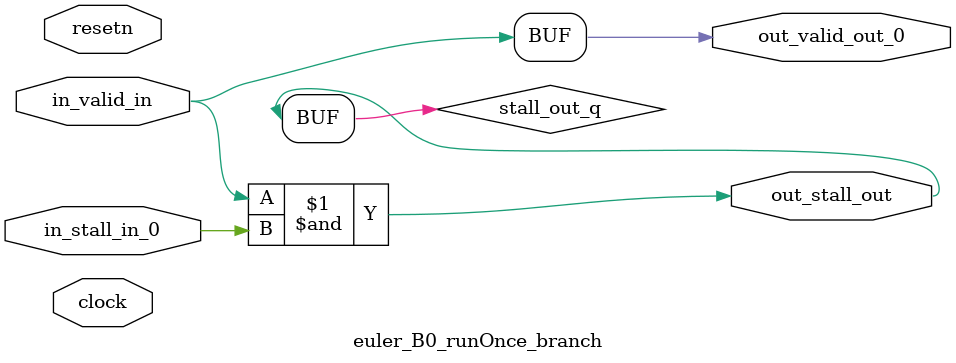
<source format=sv>



(* altera_attribute = "-name AUTO_SHIFT_REGISTER_RECOGNITION OFF; -name MESSAGE_DISABLE 10036; -name MESSAGE_DISABLE 10037; -name MESSAGE_DISABLE 14130; -name MESSAGE_DISABLE 14320; -name MESSAGE_DISABLE 15400; -name MESSAGE_DISABLE 14130; -name MESSAGE_DISABLE 10036; -name MESSAGE_DISABLE 12020; -name MESSAGE_DISABLE 12030; -name MESSAGE_DISABLE 12010; -name MESSAGE_DISABLE 12110; -name MESSAGE_DISABLE 14320; -name MESSAGE_DISABLE 13410; -name MESSAGE_DISABLE 113007; -name MESSAGE_DISABLE 10958" *)
module euler_B0_runOnce_branch (
    input wire [0:0] in_stall_in_0,
    input wire [0:0] in_valid_in,
    output wire [0:0] out_stall_out,
    output wire [0:0] out_valid_out_0,
    input wire clock,
    input wire resetn
    );

    wire [0:0] stall_out_q;


    // stall_out(LOGICAL,6)
    assign stall_out_q = in_valid_in & in_stall_in_0;

    // out_stall_out(GPOUT,4)
    assign out_stall_out = stall_out_q;

    // out_valid_out_0(GPOUT,5)
    assign out_valid_out_0 = in_valid_in;

endmodule

</source>
